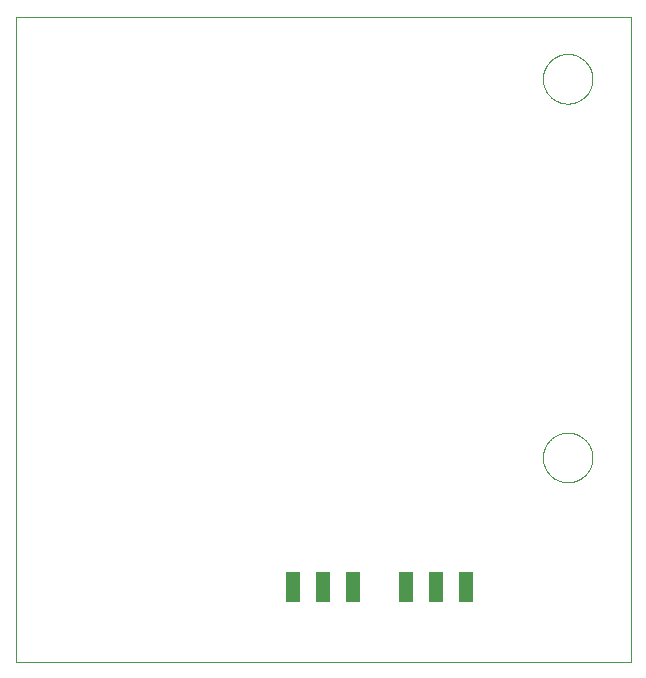
<source format=gbp>
G04 EAGLE Gerber X2 export*
%TF.Part,Single*%
%TF.FileFunction,Other,Solder paste bottom*%
%TF.FilePolarity,Positive*%
%TF.GenerationSoftware,Autodesk,EAGLE,9.4.0*%
%TF.CreationDate,2019-06-23T03:23:46Z*%
G75*
%MOMM*%
%FSLAX34Y34*%
%LPD*%
%INSolder paste bottom*%
%AMOC8*
5,1,8,0,0,1.08239X$1,22.5*%
G01*
%ADD10C,0.050000*%
%ADD11R,1.270000X2.540000*%


D10*
X0Y0D02*
X520700Y0D01*
X520700Y546100D01*
X0Y546100D01*
X0Y0D01*
X446360Y493395D02*
X446366Y493910D01*
X446385Y494425D01*
X446417Y494940D01*
X446461Y495453D01*
X446518Y495966D01*
X446587Y496476D01*
X446669Y496985D01*
X446764Y497492D01*
X446870Y497996D01*
X446989Y498498D01*
X447121Y498996D01*
X447264Y499491D01*
X447420Y499982D01*
X447588Y500470D01*
X447767Y500953D01*
X447959Y501431D01*
X448162Y501905D01*
X448376Y502374D01*
X448602Y502837D01*
X448840Y503294D01*
X449088Y503746D01*
X449348Y504191D01*
X449618Y504630D01*
X449899Y505062D01*
X450191Y505487D01*
X450493Y505905D01*
X450805Y506315D01*
X451127Y506717D01*
X451459Y507112D01*
X451800Y507498D01*
X452151Y507875D01*
X452511Y508244D01*
X452880Y508604D01*
X453257Y508955D01*
X453643Y509296D01*
X454038Y509628D01*
X454440Y509950D01*
X454850Y510262D01*
X455268Y510564D01*
X455693Y510856D01*
X456125Y511137D01*
X456564Y511407D01*
X457009Y511667D01*
X457461Y511915D01*
X457918Y512153D01*
X458381Y512379D01*
X458850Y512593D01*
X459324Y512796D01*
X459802Y512988D01*
X460285Y513167D01*
X460773Y513335D01*
X461264Y513491D01*
X461759Y513634D01*
X462257Y513766D01*
X462759Y513885D01*
X463263Y513991D01*
X463770Y514086D01*
X464279Y514168D01*
X464789Y514237D01*
X465302Y514294D01*
X465815Y514338D01*
X466330Y514370D01*
X466845Y514389D01*
X467360Y514395D01*
X467875Y514389D01*
X468390Y514370D01*
X468905Y514338D01*
X469418Y514294D01*
X469931Y514237D01*
X470441Y514168D01*
X470950Y514086D01*
X471457Y513991D01*
X471961Y513885D01*
X472463Y513766D01*
X472961Y513634D01*
X473456Y513491D01*
X473947Y513335D01*
X474435Y513167D01*
X474918Y512988D01*
X475396Y512796D01*
X475870Y512593D01*
X476339Y512379D01*
X476802Y512153D01*
X477259Y511915D01*
X477711Y511667D01*
X478156Y511407D01*
X478595Y511137D01*
X479027Y510856D01*
X479452Y510564D01*
X479870Y510262D01*
X480280Y509950D01*
X480682Y509628D01*
X481077Y509296D01*
X481463Y508955D01*
X481840Y508604D01*
X482209Y508244D01*
X482569Y507875D01*
X482920Y507498D01*
X483261Y507112D01*
X483593Y506717D01*
X483915Y506315D01*
X484227Y505905D01*
X484529Y505487D01*
X484821Y505062D01*
X485102Y504630D01*
X485372Y504191D01*
X485632Y503746D01*
X485880Y503294D01*
X486118Y502837D01*
X486344Y502374D01*
X486558Y501905D01*
X486761Y501431D01*
X486953Y500953D01*
X487132Y500470D01*
X487300Y499982D01*
X487456Y499491D01*
X487599Y498996D01*
X487731Y498498D01*
X487850Y497996D01*
X487956Y497492D01*
X488051Y496985D01*
X488133Y496476D01*
X488202Y495966D01*
X488259Y495453D01*
X488303Y494940D01*
X488335Y494425D01*
X488354Y493910D01*
X488360Y493395D01*
X488354Y492880D01*
X488335Y492365D01*
X488303Y491850D01*
X488259Y491337D01*
X488202Y490824D01*
X488133Y490314D01*
X488051Y489805D01*
X487956Y489298D01*
X487850Y488794D01*
X487731Y488292D01*
X487599Y487794D01*
X487456Y487299D01*
X487300Y486808D01*
X487132Y486320D01*
X486953Y485837D01*
X486761Y485359D01*
X486558Y484885D01*
X486344Y484416D01*
X486118Y483953D01*
X485880Y483496D01*
X485632Y483044D01*
X485372Y482599D01*
X485102Y482160D01*
X484821Y481728D01*
X484529Y481303D01*
X484227Y480885D01*
X483915Y480475D01*
X483593Y480073D01*
X483261Y479678D01*
X482920Y479292D01*
X482569Y478915D01*
X482209Y478546D01*
X481840Y478186D01*
X481463Y477835D01*
X481077Y477494D01*
X480682Y477162D01*
X480280Y476840D01*
X479870Y476528D01*
X479452Y476226D01*
X479027Y475934D01*
X478595Y475653D01*
X478156Y475383D01*
X477711Y475123D01*
X477259Y474875D01*
X476802Y474637D01*
X476339Y474411D01*
X475870Y474197D01*
X475396Y473994D01*
X474918Y473802D01*
X474435Y473623D01*
X473947Y473455D01*
X473456Y473299D01*
X472961Y473156D01*
X472463Y473024D01*
X471961Y472905D01*
X471457Y472799D01*
X470950Y472704D01*
X470441Y472622D01*
X469931Y472553D01*
X469418Y472496D01*
X468905Y472452D01*
X468390Y472420D01*
X467875Y472401D01*
X467360Y472395D01*
X466845Y472401D01*
X466330Y472420D01*
X465815Y472452D01*
X465302Y472496D01*
X464789Y472553D01*
X464279Y472622D01*
X463770Y472704D01*
X463263Y472799D01*
X462759Y472905D01*
X462257Y473024D01*
X461759Y473156D01*
X461264Y473299D01*
X460773Y473455D01*
X460285Y473623D01*
X459802Y473802D01*
X459324Y473994D01*
X458850Y474197D01*
X458381Y474411D01*
X457918Y474637D01*
X457461Y474875D01*
X457009Y475123D01*
X456564Y475383D01*
X456125Y475653D01*
X455693Y475934D01*
X455268Y476226D01*
X454850Y476528D01*
X454440Y476840D01*
X454038Y477162D01*
X453643Y477494D01*
X453257Y477835D01*
X452880Y478186D01*
X452511Y478546D01*
X452151Y478915D01*
X451800Y479292D01*
X451459Y479678D01*
X451127Y480073D01*
X450805Y480475D01*
X450493Y480885D01*
X450191Y481303D01*
X449899Y481728D01*
X449618Y482160D01*
X449348Y482599D01*
X449088Y483044D01*
X448840Y483496D01*
X448602Y483953D01*
X448376Y484416D01*
X448162Y484885D01*
X447959Y485359D01*
X447767Y485837D01*
X447588Y486320D01*
X447420Y486808D01*
X447264Y487299D01*
X447121Y487794D01*
X446989Y488292D01*
X446870Y488794D01*
X446764Y489298D01*
X446669Y489805D01*
X446587Y490314D01*
X446518Y490824D01*
X446461Y491337D01*
X446417Y491850D01*
X446385Y492365D01*
X446366Y492880D01*
X446360Y493395D01*
X446360Y172720D02*
X446366Y173235D01*
X446385Y173750D01*
X446417Y174265D01*
X446461Y174778D01*
X446518Y175291D01*
X446587Y175801D01*
X446669Y176310D01*
X446764Y176817D01*
X446870Y177321D01*
X446989Y177823D01*
X447121Y178321D01*
X447264Y178816D01*
X447420Y179307D01*
X447588Y179795D01*
X447767Y180278D01*
X447959Y180756D01*
X448162Y181230D01*
X448376Y181699D01*
X448602Y182162D01*
X448840Y182619D01*
X449088Y183071D01*
X449348Y183516D01*
X449618Y183955D01*
X449899Y184387D01*
X450191Y184812D01*
X450493Y185230D01*
X450805Y185640D01*
X451127Y186042D01*
X451459Y186437D01*
X451800Y186823D01*
X452151Y187200D01*
X452511Y187569D01*
X452880Y187929D01*
X453257Y188280D01*
X453643Y188621D01*
X454038Y188953D01*
X454440Y189275D01*
X454850Y189587D01*
X455268Y189889D01*
X455693Y190181D01*
X456125Y190462D01*
X456564Y190732D01*
X457009Y190992D01*
X457461Y191240D01*
X457918Y191478D01*
X458381Y191704D01*
X458850Y191918D01*
X459324Y192121D01*
X459802Y192313D01*
X460285Y192492D01*
X460773Y192660D01*
X461264Y192816D01*
X461759Y192959D01*
X462257Y193091D01*
X462759Y193210D01*
X463263Y193316D01*
X463770Y193411D01*
X464279Y193493D01*
X464789Y193562D01*
X465302Y193619D01*
X465815Y193663D01*
X466330Y193695D01*
X466845Y193714D01*
X467360Y193720D01*
X467875Y193714D01*
X468390Y193695D01*
X468905Y193663D01*
X469418Y193619D01*
X469931Y193562D01*
X470441Y193493D01*
X470950Y193411D01*
X471457Y193316D01*
X471961Y193210D01*
X472463Y193091D01*
X472961Y192959D01*
X473456Y192816D01*
X473947Y192660D01*
X474435Y192492D01*
X474918Y192313D01*
X475396Y192121D01*
X475870Y191918D01*
X476339Y191704D01*
X476802Y191478D01*
X477259Y191240D01*
X477711Y190992D01*
X478156Y190732D01*
X478595Y190462D01*
X479027Y190181D01*
X479452Y189889D01*
X479870Y189587D01*
X480280Y189275D01*
X480682Y188953D01*
X481077Y188621D01*
X481463Y188280D01*
X481840Y187929D01*
X482209Y187569D01*
X482569Y187200D01*
X482920Y186823D01*
X483261Y186437D01*
X483593Y186042D01*
X483915Y185640D01*
X484227Y185230D01*
X484529Y184812D01*
X484821Y184387D01*
X485102Y183955D01*
X485372Y183516D01*
X485632Y183071D01*
X485880Y182619D01*
X486118Y182162D01*
X486344Y181699D01*
X486558Y181230D01*
X486761Y180756D01*
X486953Y180278D01*
X487132Y179795D01*
X487300Y179307D01*
X487456Y178816D01*
X487599Y178321D01*
X487731Y177823D01*
X487850Y177321D01*
X487956Y176817D01*
X488051Y176310D01*
X488133Y175801D01*
X488202Y175291D01*
X488259Y174778D01*
X488303Y174265D01*
X488335Y173750D01*
X488354Y173235D01*
X488360Y172720D01*
X488354Y172205D01*
X488335Y171690D01*
X488303Y171175D01*
X488259Y170662D01*
X488202Y170149D01*
X488133Y169639D01*
X488051Y169130D01*
X487956Y168623D01*
X487850Y168119D01*
X487731Y167617D01*
X487599Y167119D01*
X487456Y166624D01*
X487300Y166133D01*
X487132Y165645D01*
X486953Y165162D01*
X486761Y164684D01*
X486558Y164210D01*
X486344Y163741D01*
X486118Y163278D01*
X485880Y162821D01*
X485632Y162369D01*
X485372Y161924D01*
X485102Y161485D01*
X484821Y161053D01*
X484529Y160628D01*
X484227Y160210D01*
X483915Y159800D01*
X483593Y159398D01*
X483261Y159003D01*
X482920Y158617D01*
X482569Y158240D01*
X482209Y157871D01*
X481840Y157511D01*
X481463Y157160D01*
X481077Y156819D01*
X480682Y156487D01*
X480280Y156165D01*
X479870Y155853D01*
X479452Y155551D01*
X479027Y155259D01*
X478595Y154978D01*
X478156Y154708D01*
X477711Y154448D01*
X477259Y154200D01*
X476802Y153962D01*
X476339Y153736D01*
X475870Y153522D01*
X475396Y153319D01*
X474918Y153127D01*
X474435Y152948D01*
X473947Y152780D01*
X473456Y152624D01*
X472961Y152481D01*
X472463Y152349D01*
X471961Y152230D01*
X471457Y152124D01*
X470950Y152029D01*
X470441Y151947D01*
X469931Y151878D01*
X469418Y151821D01*
X468905Y151777D01*
X468390Y151745D01*
X467875Y151726D01*
X467360Y151720D01*
X466845Y151726D01*
X466330Y151745D01*
X465815Y151777D01*
X465302Y151821D01*
X464789Y151878D01*
X464279Y151947D01*
X463770Y152029D01*
X463263Y152124D01*
X462759Y152230D01*
X462257Y152349D01*
X461759Y152481D01*
X461264Y152624D01*
X460773Y152780D01*
X460285Y152948D01*
X459802Y153127D01*
X459324Y153319D01*
X458850Y153522D01*
X458381Y153736D01*
X457918Y153962D01*
X457461Y154200D01*
X457009Y154448D01*
X456564Y154708D01*
X456125Y154978D01*
X455693Y155259D01*
X455268Y155551D01*
X454850Y155853D01*
X454440Y156165D01*
X454038Y156487D01*
X453643Y156819D01*
X453257Y157160D01*
X452880Y157511D01*
X452511Y157871D01*
X452151Y158240D01*
X451800Y158617D01*
X451459Y159003D01*
X451127Y159398D01*
X450805Y159800D01*
X450493Y160210D01*
X450191Y160628D01*
X449899Y161053D01*
X449618Y161485D01*
X449348Y161924D01*
X449088Y162369D01*
X448840Y162821D01*
X448602Y163278D01*
X448376Y163741D01*
X448162Y164210D01*
X447959Y164684D01*
X447767Y165162D01*
X447588Y165645D01*
X447420Y166133D01*
X447264Y166624D01*
X447121Y167119D01*
X446989Y167617D01*
X446870Y168119D01*
X446764Y168623D01*
X446669Y169130D01*
X446587Y169639D01*
X446518Y170149D01*
X446461Y170662D01*
X446417Y171175D01*
X446385Y171690D01*
X446366Y172205D01*
X446360Y172720D01*
D11*
X234950Y63500D03*
X260350Y63500D03*
X285750Y63500D03*
X330200Y63500D03*
X355600Y63500D03*
X381000Y63500D03*
M02*

</source>
